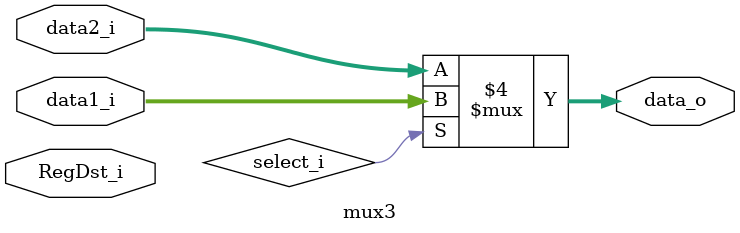
<source format=v>
module  mux3(
	RegDst_i,
	data1_i,
	data2_i,
	data_o
);

input   [4:0]  data1_i, data2_i;
input	RegDst_i;

output  [4:0]  data_o;

always@(data1_i or data2_i or RegDst_i) begin
	if(select_i == 1'b1) begin
		data_o = data1_i;
	end
	else begin
		data_o = data2_i;
	end
end

endmodule

</source>
